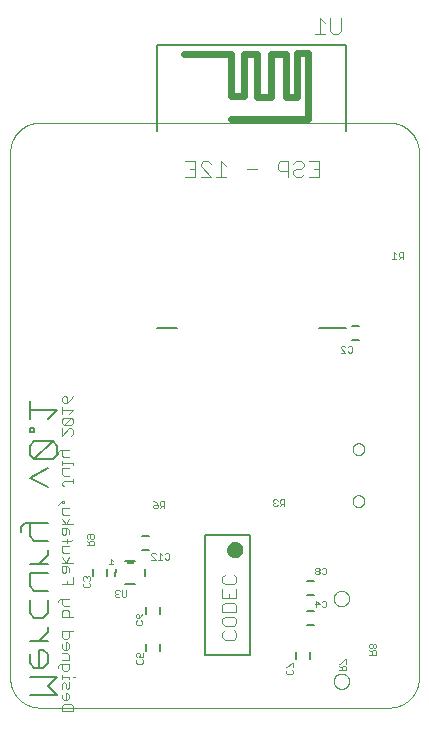
<source format=gbo>
G75*
%MOIN*%
%OFA0B0*%
%FSLAX25Y25*%
%IPPOS*%
%LPD*%
%AMOC8*
5,1,8,0,0,1.08239X$1,22.5*
%
%ADD10C,0.00000*%
%ADD11C,0.00800*%
%ADD12C,0.00300*%
%ADD13C,0.00600*%
%ADD14C,0.00200*%
%ADD15C,0.00500*%
%ADD16C,0.02400*%
%ADD17C,0.00400*%
%ADD18C,0.02500*%
D10*
X0001000Y0016467D02*
X0001000Y0191742D01*
X0001003Y0191980D01*
X0001011Y0192218D01*
X0001026Y0192455D01*
X0001046Y0192692D01*
X0001072Y0192928D01*
X0001103Y0193164D01*
X0001140Y0193399D01*
X0001183Y0193633D01*
X0001232Y0193866D01*
X0001286Y0194098D01*
X0001346Y0194328D01*
X0001411Y0194557D01*
X0001482Y0194784D01*
X0001558Y0195009D01*
X0001640Y0195232D01*
X0001727Y0195454D01*
X0001819Y0195673D01*
X0001917Y0195890D01*
X0002019Y0196104D01*
X0002127Y0196316D01*
X0002241Y0196526D01*
X0002359Y0196732D01*
X0002482Y0196936D01*
X0002610Y0197136D01*
X0002742Y0197333D01*
X0002880Y0197528D01*
X0003022Y0197718D01*
X0003169Y0197906D01*
X0003320Y0198089D01*
X0003475Y0198269D01*
X0003635Y0198445D01*
X0003799Y0198617D01*
X0003968Y0198786D01*
X0004140Y0198950D01*
X0004316Y0199110D01*
X0004496Y0199265D01*
X0004679Y0199416D01*
X0004867Y0199563D01*
X0005057Y0199705D01*
X0005252Y0199843D01*
X0005449Y0199975D01*
X0005649Y0200103D01*
X0005853Y0200226D01*
X0006059Y0200344D01*
X0006269Y0200458D01*
X0006481Y0200566D01*
X0006695Y0200668D01*
X0006912Y0200766D01*
X0007131Y0200858D01*
X0007353Y0200945D01*
X0007576Y0201027D01*
X0007801Y0201103D01*
X0008028Y0201174D01*
X0008257Y0201239D01*
X0008487Y0201299D01*
X0008719Y0201353D01*
X0008952Y0201402D01*
X0009186Y0201445D01*
X0009421Y0201482D01*
X0009657Y0201513D01*
X0009893Y0201539D01*
X0010130Y0201559D01*
X0010367Y0201574D01*
X0010605Y0201582D01*
X0010843Y0201585D01*
X0127358Y0201585D01*
X0127596Y0201582D01*
X0127834Y0201574D01*
X0128071Y0201559D01*
X0128308Y0201539D01*
X0128544Y0201513D01*
X0128780Y0201482D01*
X0129015Y0201445D01*
X0129249Y0201402D01*
X0129482Y0201353D01*
X0129714Y0201299D01*
X0129944Y0201239D01*
X0130173Y0201174D01*
X0130400Y0201103D01*
X0130625Y0201027D01*
X0130848Y0200945D01*
X0131070Y0200858D01*
X0131289Y0200766D01*
X0131506Y0200668D01*
X0131720Y0200566D01*
X0131932Y0200458D01*
X0132142Y0200344D01*
X0132348Y0200226D01*
X0132552Y0200103D01*
X0132752Y0199975D01*
X0132949Y0199843D01*
X0133144Y0199705D01*
X0133334Y0199563D01*
X0133522Y0199416D01*
X0133705Y0199265D01*
X0133885Y0199110D01*
X0134061Y0198950D01*
X0134233Y0198786D01*
X0134402Y0198617D01*
X0134566Y0198445D01*
X0134726Y0198269D01*
X0134881Y0198089D01*
X0135032Y0197906D01*
X0135179Y0197718D01*
X0135321Y0197528D01*
X0135459Y0197333D01*
X0135591Y0197136D01*
X0135719Y0196936D01*
X0135842Y0196732D01*
X0135960Y0196526D01*
X0136074Y0196316D01*
X0136182Y0196104D01*
X0136284Y0195890D01*
X0136382Y0195673D01*
X0136474Y0195454D01*
X0136561Y0195232D01*
X0136643Y0195009D01*
X0136719Y0194784D01*
X0136790Y0194557D01*
X0136855Y0194328D01*
X0136915Y0194098D01*
X0136969Y0193866D01*
X0137018Y0193633D01*
X0137061Y0193399D01*
X0137098Y0193164D01*
X0137129Y0192928D01*
X0137155Y0192692D01*
X0137175Y0192455D01*
X0137190Y0192218D01*
X0137198Y0191980D01*
X0137201Y0191742D01*
X0137201Y0016467D01*
X0137198Y0016229D01*
X0137190Y0015991D01*
X0137175Y0015754D01*
X0137155Y0015517D01*
X0137129Y0015281D01*
X0137098Y0015045D01*
X0137061Y0014810D01*
X0137018Y0014576D01*
X0136969Y0014343D01*
X0136915Y0014111D01*
X0136855Y0013881D01*
X0136790Y0013652D01*
X0136719Y0013425D01*
X0136643Y0013200D01*
X0136561Y0012977D01*
X0136474Y0012755D01*
X0136382Y0012536D01*
X0136284Y0012319D01*
X0136182Y0012105D01*
X0136074Y0011893D01*
X0135960Y0011683D01*
X0135842Y0011477D01*
X0135719Y0011273D01*
X0135591Y0011073D01*
X0135459Y0010876D01*
X0135321Y0010681D01*
X0135179Y0010491D01*
X0135032Y0010303D01*
X0134881Y0010120D01*
X0134726Y0009940D01*
X0134566Y0009764D01*
X0134402Y0009592D01*
X0134233Y0009423D01*
X0134061Y0009259D01*
X0133885Y0009099D01*
X0133705Y0008944D01*
X0133522Y0008793D01*
X0133334Y0008646D01*
X0133144Y0008504D01*
X0132949Y0008366D01*
X0132752Y0008234D01*
X0132552Y0008106D01*
X0132348Y0007983D01*
X0132142Y0007865D01*
X0131932Y0007751D01*
X0131720Y0007643D01*
X0131506Y0007541D01*
X0131289Y0007443D01*
X0131070Y0007351D01*
X0130848Y0007264D01*
X0130625Y0007182D01*
X0130400Y0007106D01*
X0130173Y0007035D01*
X0129944Y0006970D01*
X0129714Y0006910D01*
X0129482Y0006856D01*
X0129249Y0006807D01*
X0129015Y0006764D01*
X0128780Y0006727D01*
X0128544Y0006696D01*
X0128308Y0006670D01*
X0128071Y0006650D01*
X0127834Y0006635D01*
X0127596Y0006627D01*
X0127358Y0006624D01*
X0010843Y0006624D01*
X0010605Y0006627D01*
X0010367Y0006635D01*
X0010130Y0006650D01*
X0009893Y0006670D01*
X0009657Y0006696D01*
X0009421Y0006727D01*
X0009186Y0006764D01*
X0008952Y0006807D01*
X0008719Y0006856D01*
X0008487Y0006910D01*
X0008257Y0006970D01*
X0008028Y0007035D01*
X0007801Y0007106D01*
X0007576Y0007182D01*
X0007353Y0007264D01*
X0007131Y0007351D01*
X0006912Y0007443D01*
X0006695Y0007541D01*
X0006481Y0007643D01*
X0006269Y0007751D01*
X0006059Y0007865D01*
X0005853Y0007983D01*
X0005649Y0008106D01*
X0005449Y0008234D01*
X0005252Y0008366D01*
X0005057Y0008504D01*
X0004867Y0008646D01*
X0004679Y0008793D01*
X0004496Y0008944D01*
X0004316Y0009099D01*
X0004140Y0009259D01*
X0003968Y0009423D01*
X0003799Y0009592D01*
X0003635Y0009764D01*
X0003475Y0009940D01*
X0003320Y0010120D01*
X0003169Y0010303D01*
X0003022Y0010491D01*
X0002880Y0010681D01*
X0002742Y0010876D01*
X0002610Y0011073D01*
X0002482Y0011273D01*
X0002359Y0011477D01*
X0002241Y0011683D01*
X0002127Y0011893D01*
X0002019Y0012105D01*
X0001917Y0012319D01*
X0001819Y0012536D01*
X0001727Y0012755D01*
X0001640Y0012977D01*
X0001558Y0013200D01*
X0001482Y0013425D01*
X0001411Y0013652D01*
X0001346Y0013881D01*
X0001286Y0014111D01*
X0001232Y0014343D01*
X0001183Y0014576D01*
X0001140Y0014810D01*
X0001103Y0015045D01*
X0001072Y0015281D01*
X0001046Y0015517D01*
X0001026Y0015754D01*
X0001011Y0015991D01*
X0001003Y0016229D01*
X0001000Y0016467D01*
X0108835Y0015423D02*
X0108837Y0015524D01*
X0108843Y0015625D01*
X0108853Y0015726D01*
X0108867Y0015826D01*
X0108885Y0015925D01*
X0108907Y0016024D01*
X0108932Y0016122D01*
X0108962Y0016219D01*
X0108995Y0016314D01*
X0109032Y0016408D01*
X0109073Y0016501D01*
X0109117Y0016592D01*
X0109165Y0016681D01*
X0109217Y0016768D01*
X0109272Y0016853D01*
X0109330Y0016935D01*
X0109391Y0017016D01*
X0109456Y0017094D01*
X0109523Y0017169D01*
X0109593Y0017241D01*
X0109667Y0017311D01*
X0109743Y0017378D01*
X0109821Y0017442D01*
X0109902Y0017502D01*
X0109985Y0017559D01*
X0110071Y0017613D01*
X0110159Y0017664D01*
X0110248Y0017711D01*
X0110339Y0017755D01*
X0110432Y0017794D01*
X0110527Y0017831D01*
X0110622Y0017863D01*
X0110719Y0017892D01*
X0110818Y0017916D01*
X0110916Y0017937D01*
X0111016Y0017954D01*
X0111116Y0017967D01*
X0111217Y0017976D01*
X0111318Y0017981D01*
X0111419Y0017982D01*
X0111520Y0017979D01*
X0111621Y0017972D01*
X0111722Y0017961D01*
X0111822Y0017946D01*
X0111921Y0017927D01*
X0112020Y0017904D01*
X0112117Y0017878D01*
X0112214Y0017847D01*
X0112309Y0017813D01*
X0112402Y0017775D01*
X0112495Y0017733D01*
X0112585Y0017688D01*
X0112674Y0017639D01*
X0112760Y0017587D01*
X0112844Y0017531D01*
X0112927Y0017472D01*
X0113006Y0017410D01*
X0113084Y0017345D01*
X0113158Y0017277D01*
X0113230Y0017205D01*
X0113299Y0017132D01*
X0113365Y0017055D01*
X0113428Y0016976D01*
X0113488Y0016894D01*
X0113544Y0016810D01*
X0113597Y0016724D01*
X0113647Y0016636D01*
X0113693Y0016546D01*
X0113736Y0016455D01*
X0113775Y0016361D01*
X0113810Y0016266D01*
X0113841Y0016170D01*
X0113869Y0016073D01*
X0113893Y0015975D01*
X0113913Y0015876D01*
X0113929Y0015776D01*
X0113941Y0015675D01*
X0113949Y0015575D01*
X0113953Y0015474D01*
X0113953Y0015372D01*
X0113949Y0015271D01*
X0113941Y0015171D01*
X0113929Y0015070D01*
X0113913Y0014970D01*
X0113893Y0014871D01*
X0113869Y0014773D01*
X0113841Y0014676D01*
X0113810Y0014580D01*
X0113775Y0014485D01*
X0113736Y0014391D01*
X0113693Y0014300D01*
X0113647Y0014210D01*
X0113597Y0014122D01*
X0113544Y0014036D01*
X0113488Y0013952D01*
X0113428Y0013870D01*
X0113365Y0013791D01*
X0113299Y0013714D01*
X0113230Y0013641D01*
X0113158Y0013569D01*
X0113084Y0013501D01*
X0113006Y0013436D01*
X0112927Y0013374D01*
X0112844Y0013315D01*
X0112760Y0013259D01*
X0112673Y0013207D01*
X0112585Y0013158D01*
X0112495Y0013113D01*
X0112402Y0013071D01*
X0112309Y0013033D01*
X0112214Y0012999D01*
X0112117Y0012968D01*
X0112020Y0012942D01*
X0111921Y0012919D01*
X0111822Y0012900D01*
X0111722Y0012885D01*
X0111621Y0012874D01*
X0111520Y0012867D01*
X0111419Y0012864D01*
X0111318Y0012865D01*
X0111217Y0012870D01*
X0111116Y0012879D01*
X0111016Y0012892D01*
X0110916Y0012909D01*
X0110818Y0012930D01*
X0110719Y0012954D01*
X0110622Y0012983D01*
X0110527Y0013015D01*
X0110432Y0013052D01*
X0110339Y0013091D01*
X0110248Y0013135D01*
X0110159Y0013182D01*
X0110071Y0013233D01*
X0109985Y0013287D01*
X0109902Y0013344D01*
X0109821Y0013404D01*
X0109743Y0013468D01*
X0109667Y0013535D01*
X0109593Y0013605D01*
X0109523Y0013677D01*
X0109456Y0013752D01*
X0109391Y0013830D01*
X0109330Y0013911D01*
X0109272Y0013993D01*
X0109217Y0014078D01*
X0109165Y0014165D01*
X0109117Y0014254D01*
X0109073Y0014345D01*
X0109032Y0014438D01*
X0108995Y0014532D01*
X0108962Y0014627D01*
X0108932Y0014724D01*
X0108907Y0014822D01*
X0108885Y0014921D01*
X0108867Y0015020D01*
X0108853Y0015120D01*
X0108843Y0015221D01*
X0108837Y0015322D01*
X0108835Y0015423D01*
X0108835Y0042982D02*
X0108837Y0043083D01*
X0108843Y0043184D01*
X0108853Y0043285D01*
X0108867Y0043385D01*
X0108885Y0043484D01*
X0108907Y0043583D01*
X0108932Y0043681D01*
X0108962Y0043778D01*
X0108995Y0043873D01*
X0109032Y0043967D01*
X0109073Y0044060D01*
X0109117Y0044151D01*
X0109165Y0044240D01*
X0109217Y0044327D01*
X0109272Y0044412D01*
X0109330Y0044494D01*
X0109391Y0044575D01*
X0109456Y0044653D01*
X0109523Y0044728D01*
X0109593Y0044800D01*
X0109667Y0044870D01*
X0109743Y0044937D01*
X0109821Y0045001D01*
X0109902Y0045061D01*
X0109985Y0045118D01*
X0110071Y0045172D01*
X0110159Y0045223D01*
X0110248Y0045270D01*
X0110339Y0045314D01*
X0110432Y0045353D01*
X0110527Y0045390D01*
X0110622Y0045422D01*
X0110719Y0045451D01*
X0110818Y0045475D01*
X0110916Y0045496D01*
X0111016Y0045513D01*
X0111116Y0045526D01*
X0111217Y0045535D01*
X0111318Y0045540D01*
X0111419Y0045541D01*
X0111520Y0045538D01*
X0111621Y0045531D01*
X0111722Y0045520D01*
X0111822Y0045505D01*
X0111921Y0045486D01*
X0112020Y0045463D01*
X0112117Y0045437D01*
X0112214Y0045406D01*
X0112309Y0045372D01*
X0112402Y0045334D01*
X0112495Y0045292D01*
X0112585Y0045247D01*
X0112674Y0045198D01*
X0112760Y0045146D01*
X0112844Y0045090D01*
X0112927Y0045031D01*
X0113006Y0044969D01*
X0113084Y0044904D01*
X0113158Y0044836D01*
X0113230Y0044764D01*
X0113299Y0044691D01*
X0113365Y0044614D01*
X0113428Y0044535D01*
X0113488Y0044453D01*
X0113544Y0044369D01*
X0113597Y0044283D01*
X0113647Y0044195D01*
X0113693Y0044105D01*
X0113736Y0044014D01*
X0113775Y0043920D01*
X0113810Y0043825D01*
X0113841Y0043729D01*
X0113869Y0043632D01*
X0113893Y0043534D01*
X0113913Y0043435D01*
X0113929Y0043335D01*
X0113941Y0043234D01*
X0113949Y0043134D01*
X0113953Y0043033D01*
X0113953Y0042931D01*
X0113949Y0042830D01*
X0113941Y0042730D01*
X0113929Y0042629D01*
X0113913Y0042529D01*
X0113893Y0042430D01*
X0113869Y0042332D01*
X0113841Y0042235D01*
X0113810Y0042139D01*
X0113775Y0042044D01*
X0113736Y0041950D01*
X0113693Y0041859D01*
X0113647Y0041769D01*
X0113597Y0041681D01*
X0113544Y0041595D01*
X0113488Y0041511D01*
X0113428Y0041429D01*
X0113365Y0041350D01*
X0113299Y0041273D01*
X0113230Y0041200D01*
X0113158Y0041128D01*
X0113084Y0041060D01*
X0113006Y0040995D01*
X0112927Y0040933D01*
X0112844Y0040874D01*
X0112760Y0040818D01*
X0112673Y0040766D01*
X0112585Y0040717D01*
X0112495Y0040672D01*
X0112402Y0040630D01*
X0112309Y0040592D01*
X0112214Y0040558D01*
X0112117Y0040527D01*
X0112020Y0040501D01*
X0111921Y0040478D01*
X0111822Y0040459D01*
X0111722Y0040444D01*
X0111621Y0040433D01*
X0111520Y0040426D01*
X0111419Y0040423D01*
X0111318Y0040424D01*
X0111217Y0040429D01*
X0111116Y0040438D01*
X0111016Y0040451D01*
X0110916Y0040468D01*
X0110818Y0040489D01*
X0110719Y0040513D01*
X0110622Y0040542D01*
X0110527Y0040574D01*
X0110432Y0040611D01*
X0110339Y0040650D01*
X0110248Y0040694D01*
X0110159Y0040741D01*
X0110071Y0040792D01*
X0109985Y0040846D01*
X0109902Y0040903D01*
X0109821Y0040963D01*
X0109743Y0041027D01*
X0109667Y0041094D01*
X0109593Y0041164D01*
X0109523Y0041236D01*
X0109456Y0041311D01*
X0109391Y0041389D01*
X0109330Y0041470D01*
X0109272Y0041552D01*
X0109217Y0041637D01*
X0109165Y0041724D01*
X0109117Y0041813D01*
X0109073Y0041904D01*
X0109032Y0041997D01*
X0108995Y0042091D01*
X0108962Y0042186D01*
X0108932Y0042283D01*
X0108907Y0042381D01*
X0108885Y0042480D01*
X0108867Y0042579D01*
X0108853Y0042679D01*
X0108843Y0042780D01*
X0108837Y0042881D01*
X0108835Y0042982D01*
X0115094Y0075463D02*
X0115096Y0075551D01*
X0115102Y0075639D01*
X0115112Y0075727D01*
X0115126Y0075815D01*
X0115143Y0075901D01*
X0115165Y0075987D01*
X0115190Y0076071D01*
X0115220Y0076155D01*
X0115252Y0076237D01*
X0115289Y0076317D01*
X0115329Y0076396D01*
X0115373Y0076473D01*
X0115420Y0076548D01*
X0115470Y0076620D01*
X0115524Y0076691D01*
X0115580Y0076758D01*
X0115640Y0076824D01*
X0115702Y0076886D01*
X0115768Y0076946D01*
X0115835Y0077002D01*
X0115906Y0077056D01*
X0115978Y0077106D01*
X0116053Y0077153D01*
X0116130Y0077197D01*
X0116209Y0077237D01*
X0116289Y0077274D01*
X0116371Y0077306D01*
X0116455Y0077336D01*
X0116539Y0077361D01*
X0116625Y0077383D01*
X0116711Y0077400D01*
X0116799Y0077414D01*
X0116887Y0077424D01*
X0116975Y0077430D01*
X0117063Y0077432D01*
X0117151Y0077430D01*
X0117239Y0077424D01*
X0117327Y0077414D01*
X0117415Y0077400D01*
X0117501Y0077383D01*
X0117587Y0077361D01*
X0117671Y0077336D01*
X0117755Y0077306D01*
X0117837Y0077274D01*
X0117917Y0077237D01*
X0117996Y0077197D01*
X0118073Y0077153D01*
X0118148Y0077106D01*
X0118220Y0077056D01*
X0118291Y0077002D01*
X0118358Y0076946D01*
X0118424Y0076886D01*
X0118486Y0076824D01*
X0118546Y0076758D01*
X0118602Y0076691D01*
X0118656Y0076620D01*
X0118706Y0076548D01*
X0118753Y0076473D01*
X0118797Y0076396D01*
X0118837Y0076317D01*
X0118874Y0076237D01*
X0118906Y0076155D01*
X0118936Y0076071D01*
X0118961Y0075987D01*
X0118983Y0075901D01*
X0119000Y0075815D01*
X0119014Y0075727D01*
X0119024Y0075639D01*
X0119030Y0075551D01*
X0119032Y0075463D01*
X0119030Y0075375D01*
X0119024Y0075287D01*
X0119014Y0075199D01*
X0119000Y0075111D01*
X0118983Y0075025D01*
X0118961Y0074939D01*
X0118936Y0074855D01*
X0118906Y0074771D01*
X0118874Y0074689D01*
X0118837Y0074609D01*
X0118797Y0074530D01*
X0118753Y0074453D01*
X0118706Y0074378D01*
X0118656Y0074306D01*
X0118602Y0074235D01*
X0118546Y0074168D01*
X0118486Y0074102D01*
X0118424Y0074040D01*
X0118358Y0073980D01*
X0118291Y0073924D01*
X0118220Y0073870D01*
X0118148Y0073820D01*
X0118073Y0073773D01*
X0117996Y0073729D01*
X0117917Y0073689D01*
X0117837Y0073652D01*
X0117755Y0073620D01*
X0117671Y0073590D01*
X0117587Y0073565D01*
X0117501Y0073543D01*
X0117415Y0073526D01*
X0117327Y0073512D01*
X0117239Y0073502D01*
X0117151Y0073496D01*
X0117063Y0073494D01*
X0116975Y0073496D01*
X0116887Y0073502D01*
X0116799Y0073512D01*
X0116711Y0073526D01*
X0116625Y0073543D01*
X0116539Y0073565D01*
X0116455Y0073590D01*
X0116371Y0073620D01*
X0116289Y0073652D01*
X0116209Y0073689D01*
X0116130Y0073729D01*
X0116053Y0073773D01*
X0115978Y0073820D01*
X0115906Y0073870D01*
X0115835Y0073924D01*
X0115768Y0073980D01*
X0115702Y0074040D01*
X0115640Y0074102D01*
X0115580Y0074168D01*
X0115524Y0074235D01*
X0115470Y0074306D01*
X0115420Y0074378D01*
X0115373Y0074453D01*
X0115329Y0074530D01*
X0115289Y0074609D01*
X0115252Y0074689D01*
X0115220Y0074771D01*
X0115190Y0074855D01*
X0115165Y0074939D01*
X0115143Y0075025D01*
X0115126Y0075111D01*
X0115112Y0075199D01*
X0115102Y0075287D01*
X0115096Y0075375D01*
X0115094Y0075463D01*
X0115094Y0092785D02*
X0115096Y0092873D01*
X0115102Y0092961D01*
X0115112Y0093049D01*
X0115126Y0093137D01*
X0115143Y0093223D01*
X0115165Y0093309D01*
X0115190Y0093393D01*
X0115220Y0093477D01*
X0115252Y0093559D01*
X0115289Y0093639D01*
X0115329Y0093718D01*
X0115373Y0093795D01*
X0115420Y0093870D01*
X0115470Y0093942D01*
X0115524Y0094013D01*
X0115580Y0094080D01*
X0115640Y0094146D01*
X0115702Y0094208D01*
X0115768Y0094268D01*
X0115835Y0094324D01*
X0115906Y0094378D01*
X0115978Y0094428D01*
X0116053Y0094475D01*
X0116130Y0094519D01*
X0116209Y0094559D01*
X0116289Y0094596D01*
X0116371Y0094628D01*
X0116455Y0094658D01*
X0116539Y0094683D01*
X0116625Y0094705D01*
X0116711Y0094722D01*
X0116799Y0094736D01*
X0116887Y0094746D01*
X0116975Y0094752D01*
X0117063Y0094754D01*
X0117151Y0094752D01*
X0117239Y0094746D01*
X0117327Y0094736D01*
X0117415Y0094722D01*
X0117501Y0094705D01*
X0117587Y0094683D01*
X0117671Y0094658D01*
X0117755Y0094628D01*
X0117837Y0094596D01*
X0117917Y0094559D01*
X0117996Y0094519D01*
X0118073Y0094475D01*
X0118148Y0094428D01*
X0118220Y0094378D01*
X0118291Y0094324D01*
X0118358Y0094268D01*
X0118424Y0094208D01*
X0118486Y0094146D01*
X0118546Y0094080D01*
X0118602Y0094013D01*
X0118656Y0093942D01*
X0118706Y0093870D01*
X0118753Y0093795D01*
X0118797Y0093718D01*
X0118837Y0093639D01*
X0118874Y0093559D01*
X0118906Y0093477D01*
X0118936Y0093393D01*
X0118961Y0093309D01*
X0118983Y0093223D01*
X0119000Y0093137D01*
X0119014Y0093049D01*
X0119024Y0092961D01*
X0119030Y0092873D01*
X0119032Y0092785D01*
X0119030Y0092697D01*
X0119024Y0092609D01*
X0119014Y0092521D01*
X0119000Y0092433D01*
X0118983Y0092347D01*
X0118961Y0092261D01*
X0118936Y0092177D01*
X0118906Y0092093D01*
X0118874Y0092011D01*
X0118837Y0091931D01*
X0118797Y0091852D01*
X0118753Y0091775D01*
X0118706Y0091700D01*
X0118656Y0091628D01*
X0118602Y0091557D01*
X0118546Y0091490D01*
X0118486Y0091424D01*
X0118424Y0091362D01*
X0118358Y0091302D01*
X0118291Y0091246D01*
X0118220Y0091192D01*
X0118148Y0091142D01*
X0118073Y0091095D01*
X0117996Y0091051D01*
X0117917Y0091011D01*
X0117837Y0090974D01*
X0117755Y0090942D01*
X0117671Y0090912D01*
X0117587Y0090887D01*
X0117501Y0090865D01*
X0117415Y0090848D01*
X0117327Y0090834D01*
X0117239Y0090824D01*
X0117151Y0090818D01*
X0117063Y0090816D01*
X0116975Y0090818D01*
X0116887Y0090824D01*
X0116799Y0090834D01*
X0116711Y0090848D01*
X0116625Y0090865D01*
X0116539Y0090887D01*
X0116455Y0090912D01*
X0116371Y0090942D01*
X0116289Y0090974D01*
X0116209Y0091011D01*
X0116130Y0091051D01*
X0116053Y0091095D01*
X0115978Y0091142D01*
X0115906Y0091192D01*
X0115835Y0091246D01*
X0115768Y0091302D01*
X0115702Y0091362D01*
X0115640Y0091424D01*
X0115580Y0091490D01*
X0115524Y0091557D01*
X0115470Y0091628D01*
X0115420Y0091700D01*
X0115373Y0091775D01*
X0115329Y0091852D01*
X0115289Y0091931D01*
X0115252Y0092011D01*
X0115220Y0092093D01*
X0115190Y0092177D01*
X0115165Y0092261D01*
X0115143Y0092347D01*
X0115126Y0092433D01*
X0115112Y0092521D01*
X0115102Y0092609D01*
X0115096Y0092697D01*
X0115094Y0092785D01*
D11*
X0016608Y0010822D02*
X0007557Y0010822D01*
X0007557Y0016856D02*
X0016608Y0016856D01*
X0013591Y0013839D01*
X0016608Y0010822D01*
X0012083Y0019885D02*
X0013591Y0021393D01*
X0013591Y0024410D01*
X0012083Y0025918D01*
X0010574Y0025918D01*
X0010574Y0019885D01*
X0009066Y0019885D02*
X0012083Y0019885D01*
X0009066Y0019885D02*
X0007557Y0021393D01*
X0007557Y0024410D01*
X0007557Y0028948D02*
X0013591Y0028948D01*
X0013591Y0031964D02*
X0013591Y0033473D01*
X0013591Y0031964D02*
X0010574Y0028948D01*
X0009066Y0036500D02*
X0007557Y0038008D01*
X0007557Y0042534D01*
X0009066Y0045563D02*
X0007557Y0047071D01*
X0007557Y0051596D01*
X0013591Y0051596D01*
X0013591Y0054626D02*
X0007557Y0054626D01*
X0010574Y0054626D02*
X0013591Y0057643D01*
X0013591Y0059151D01*
X0013591Y0062178D02*
X0009066Y0062178D01*
X0007557Y0063687D01*
X0007557Y0068212D01*
X0006049Y0068212D02*
X0004541Y0066703D01*
X0004541Y0065195D01*
X0006049Y0068212D02*
X0013591Y0068212D01*
X0013591Y0080304D02*
X0007557Y0083321D01*
X0013591Y0086337D01*
X0015099Y0089367D02*
X0016608Y0090875D01*
X0016608Y0093892D01*
X0015099Y0095400D01*
X0009066Y0089367D01*
X0007557Y0090875D01*
X0007557Y0093892D01*
X0009066Y0095400D01*
X0015099Y0095400D01*
X0015099Y0089367D02*
X0009066Y0089367D01*
X0009066Y0098430D02*
X0007557Y0098430D01*
X0007557Y0099938D01*
X0009066Y0099938D01*
X0009066Y0098430D01*
X0007557Y0102961D02*
X0007557Y0108995D01*
X0007557Y0105978D02*
X0016608Y0105978D01*
X0013591Y0102961D01*
X0013591Y0045563D02*
X0009066Y0045563D01*
X0013591Y0042534D02*
X0013591Y0038008D01*
X0012083Y0036500D01*
X0009066Y0036500D01*
D12*
X0018213Y0036854D02*
X0018213Y0038674D01*
X0018820Y0039281D01*
X0020033Y0039281D01*
X0020640Y0038674D01*
X0020640Y0036854D01*
X0021853Y0036854D02*
X0018213Y0036854D01*
X0018820Y0040479D02*
X0018213Y0041086D01*
X0018213Y0042906D01*
X0017606Y0042906D02*
X0017000Y0042299D01*
X0017000Y0041693D01*
X0017606Y0042906D02*
X0020640Y0042906D01*
X0020640Y0040479D02*
X0018820Y0040479D01*
X0018213Y0047730D02*
X0021853Y0047730D01*
X0021853Y0050156D01*
X0020640Y0051961D02*
X0020640Y0053175D01*
X0020033Y0053782D01*
X0018213Y0053782D01*
X0018213Y0051961D01*
X0018820Y0051355D01*
X0019426Y0051961D01*
X0019426Y0053782D01*
X0019426Y0054980D02*
X0020640Y0056800D01*
X0020640Y0058001D02*
X0018820Y0058001D01*
X0018213Y0058608D01*
X0018213Y0060428D01*
X0020640Y0060428D01*
X0020033Y0061626D02*
X0020033Y0062839D01*
X0021246Y0062233D02*
X0021853Y0062839D01*
X0021246Y0062233D02*
X0018213Y0062233D01*
X0018820Y0064043D02*
X0018213Y0064649D01*
X0018213Y0066470D01*
X0020033Y0066470D01*
X0020640Y0065863D01*
X0020640Y0064649D01*
X0019426Y0064649D02*
X0019426Y0066470D01*
X0019426Y0067668D02*
X0020640Y0069488D01*
X0020640Y0070689D02*
X0018820Y0070689D01*
X0018213Y0071296D01*
X0018213Y0073116D01*
X0020640Y0073116D01*
X0018820Y0074921D02*
X0018213Y0074921D01*
X0018213Y0075527D01*
X0018820Y0075527D01*
X0018820Y0074921D01*
X0018213Y0075527D02*
X0017000Y0074314D01*
X0018213Y0069488D02*
X0019426Y0067668D01*
X0018213Y0067668D02*
X0021853Y0067668D01*
X0019426Y0064649D02*
X0018820Y0064043D01*
X0018213Y0056800D02*
X0019426Y0054980D01*
X0018213Y0054980D02*
X0021853Y0054980D01*
X0020033Y0048943D02*
X0020033Y0047730D01*
X0020640Y0032031D02*
X0020640Y0030211D01*
X0020033Y0029604D01*
X0018820Y0029604D01*
X0018213Y0030211D01*
X0018213Y0032031D01*
X0021853Y0032031D01*
X0020033Y0028406D02*
X0019426Y0028406D01*
X0019426Y0025979D01*
X0018820Y0025979D02*
X0020033Y0025979D01*
X0020640Y0026586D01*
X0020640Y0027799D01*
X0020033Y0028406D01*
X0018213Y0026586D02*
X0018820Y0025979D01*
X0018213Y0026586D02*
X0018213Y0027799D01*
X0018213Y0024780D02*
X0020033Y0024780D01*
X0020640Y0024174D01*
X0020640Y0022354D01*
X0018213Y0022354D01*
X0018213Y0021155D02*
X0018213Y0019335D01*
X0018820Y0018729D01*
X0020033Y0018729D01*
X0020640Y0019335D01*
X0020640Y0021155D01*
X0017606Y0021155D01*
X0017000Y0020549D01*
X0017000Y0019942D01*
X0018213Y0017525D02*
X0018213Y0016312D01*
X0018213Y0016919D02*
X0020640Y0016919D01*
X0020640Y0016312D01*
X0020640Y0015113D02*
X0020640Y0013293D01*
X0020033Y0012687D01*
X0019426Y0013293D01*
X0019426Y0014507D01*
X0018820Y0015113D01*
X0018213Y0014507D01*
X0018213Y0012687D01*
X0019426Y0011488D02*
X0019426Y0009062D01*
X0018820Y0009062D02*
X0020033Y0009062D01*
X0020640Y0009668D01*
X0020640Y0010882D01*
X0020033Y0011488D01*
X0019426Y0011488D01*
X0018213Y0010882D02*
X0018213Y0009668D01*
X0018820Y0009062D01*
X0018820Y0007863D02*
X0021246Y0007863D01*
X0021853Y0007256D01*
X0021853Y0005436D01*
X0018213Y0005436D01*
X0018213Y0007256D01*
X0018820Y0007863D01*
X0021853Y0016919D02*
X0022460Y0016919D01*
X0018820Y0080356D02*
X0018213Y0080963D01*
X0018213Y0081569D01*
X0018820Y0082176D01*
X0021853Y0082176D01*
X0021853Y0081569D02*
X0021853Y0082783D01*
X0020640Y0083981D02*
X0018820Y0083981D01*
X0018213Y0084588D01*
X0018213Y0086408D01*
X0020640Y0086408D01*
X0021853Y0087606D02*
X0021853Y0088213D01*
X0018213Y0088213D01*
X0018213Y0087606D02*
X0018213Y0088820D01*
X0018820Y0090023D02*
X0018213Y0090630D01*
X0018213Y0092450D01*
X0017606Y0092450D02*
X0017000Y0091843D01*
X0017000Y0091236D01*
X0017606Y0092450D02*
X0020640Y0092450D01*
X0020640Y0090023D02*
X0018820Y0090023D01*
X0018213Y0097273D02*
X0020640Y0099700D01*
X0021246Y0099700D01*
X0021853Y0099093D01*
X0021853Y0097880D01*
X0021246Y0097273D01*
X0021246Y0100898D02*
X0018820Y0100898D01*
X0021246Y0103325D01*
X0018820Y0103325D01*
X0018213Y0102718D01*
X0018213Y0101505D01*
X0018820Y0100898D01*
X0018213Y0099700D02*
X0018213Y0097273D01*
X0021246Y0100898D02*
X0021853Y0101505D01*
X0021853Y0102718D01*
X0021246Y0103325D01*
X0020640Y0104523D02*
X0021853Y0105737D01*
X0018213Y0105737D01*
X0018213Y0106950D02*
X0018213Y0104523D01*
X0018820Y0108149D02*
X0018213Y0108755D01*
X0018213Y0109969D01*
X0018820Y0110575D01*
X0019426Y0110575D01*
X0020033Y0109969D01*
X0020033Y0108149D01*
X0018820Y0108149D01*
X0020033Y0108149D02*
X0021246Y0109362D01*
X0021853Y0110575D01*
D13*
X0044819Y0063986D02*
X0047181Y0063986D01*
X0047181Y0059262D02*
X0044819Y0059262D01*
X0033362Y0052805D02*
X0033362Y0050443D01*
X0028638Y0050443D02*
X0028638Y0052805D01*
X0046138Y0040305D02*
X0046138Y0037943D01*
X0050862Y0037943D02*
X0050862Y0040305D01*
X0050862Y0027805D02*
X0050862Y0025443D01*
X0046138Y0025443D02*
X0046138Y0027805D01*
X0096138Y0025305D02*
X0096138Y0022943D01*
X0100862Y0022943D02*
X0100862Y0025305D01*
X0099819Y0034262D02*
X0102181Y0034262D01*
X0102181Y0038986D02*
X0099819Y0038986D01*
X0099819Y0044262D02*
X0102181Y0044262D01*
X0102181Y0048986D02*
X0099819Y0048986D01*
X0114819Y0129262D02*
X0117181Y0129262D01*
X0117181Y0133986D02*
X0114819Y0133986D01*
D14*
X0114533Y0127176D02*
X0114900Y0126809D01*
X0114900Y0125341D01*
X0114533Y0124974D01*
X0113799Y0124974D01*
X0113432Y0125341D01*
X0112690Y0124974D02*
X0111222Y0126442D01*
X0111222Y0126809D01*
X0111589Y0127176D01*
X0112323Y0127176D01*
X0112690Y0126809D01*
X0113432Y0126809D02*
X0113799Y0127176D01*
X0114533Y0127176D01*
X0112690Y0124974D02*
X0111222Y0124974D01*
X0128222Y0156224D02*
X0129690Y0156224D01*
X0128956Y0156224D02*
X0128956Y0158426D01*
X0129690Y0157692D01*
X0130432Y0158059D02*
X0130432Y0157325D01*
X0130799Y0156958D01*
X0131900Y0156958D01*
X0131166Y0156958D02*
X0130432Y0156224D01*
X0131900Y0156224D02*
X0131900Y0158426D01*
X0130799Y0158426D01*
X0130432Y0158059D01*
X0092320Y0076026D02*
X0091219Y0076026D01*
X0090852Y0075659D01*
X0090852Y0074925D01*
X0091219Y0074558D01*
X0092320Y0074558D01*
X0092320Y0073824D02*
X0092320Y0076026D01*
X0091586Y0074558D02*
X0090852Y0073824D01*
X0090110Y0074191D02*
X0089743Y0073824D01*
X0089009Y0073824D01*
X0088642Y0074191D01*
X0088642Y0074558D01*
X0089009Y0074925D01*
X0089376Y0074925D01*
X0089009Y0074925D02*
X0088642Y0075292D01*
X0088642Y0075659D01*
X0089009Y0076026D01*
X0089743Y0076026D01*
X0090110Y0075659D01*
X0103009Y0053276D02*
X0102642Y0052909D01*
X0102642Y0052542D01*
X0103009Y0052175D01*
X0103743Y0052175D01*
X0104110Y0052542D01*
X0104110Y0052909D01*
X0103743Y0053276D01*
X0103009Y0053276D01*
X0103009Y0052175D02*
X0102642Y0051808D01*
X0102642Y0051441D01*
X0103009Y0051074D01*
X0103743Y0051074D01*
X0104110Y0051441D01*
X0104110Y0051808D01*
X0103743Y0052175D01*
X0104852Y0052909D02*
X0105219Y0053276D01*
X0105953Y0053276D01*
X0106320Y0052909D01*
X0106320Y0051441D01*
X0105953Y0051074D01*
X0105219Y0051074D01*
X0104852Y0051441D01*
X0105219Y0042276D02*
X0105953Y0042276D01*
X0106320Y0041909D01*
X0106320Y0040441D01*
X0105953Y0040074D01*
X0105219Y0040074D01*
X0104852Y0040441D01*
X0104110Y0041175D02*
X0102642Y0041175D01*
X0103009Y0042276D02*
X0104110Y0041175D01*
X0104852Y0041909D02*
X0105219Y0042276D01*
X0103009Y0042276D02*
X0103009Y0040074D01*
X0112535Y0022695D02*
X0111067Y0021227D01*
X0110700Y0021227D01*
X0110700Y0020485D02*
X0111434Y0019751D01*
X0111434Y0020118D02*
X0111434Y0019017D01*
X0110700Y0019017D02*
X0112902Y0019017D01*
X0112902Y0020118D01*
X0112535Y0020485D01*
X0111801Y0020485D01*
X0111434Y0020118D01*
X0112902Y0021227D02*
X0112902Y0022695D01*
X0112535Y0022695D01*
X0120700Y0024304D02*
X0122902Y0024304D01*
X0122902Y0025405D01*
X0122535Y0025772D01*
X0121801Y0025772D01*
X0121434Y0025405D01*
X0121434Y0024304D01*
X0121434Y0025038D02*
X0120700Y0025772D01*
X0121067Y0026514D02*
X0120700Y0026881D01*
X0120700Y0027615D01*
X0121067Y0027982D01*
X0121434Y0027982D01*
X0121801Y0027615D01*
X0121801Y0026881D01*
X0122168Y0026514D01*
X0122535Y0026514D01*
X0122902Y0026881D01*
X0122902Y0027615D01*
X0122535Y0027982D01*
X0122168Y0027982D01*
X0121801Y0027615D01*
X0121801Y0026881D02*
X0121434Y0026514D01*
X0121067Y0026514D01*
X0095152Y0021482D02*
X0094785Y0021482D01*
X0093317Y0020014D01*
X0092950Y0020014D01*
X0093317Y0019272D02*
X0092950Y0018905D01*
X0092950Y0018171D01*
X0093317Y0017804D01*
X0094785Y0017804D01*
X0095152Y0018171D01*
X0095152Y0018905D01*
X0094785Y0019272D01*
X0095152Y0020014D02*
X0095152Y0021482D01*
X0053900Y0056341D02*
X0053533Y0055974D01*
X0052799Y0055974D01*
X0052432Y0056341D01*
X0051690Y0055974D02*
X0050222Y0055974D01*
X0050956Y0055974D02*
X0050956Y0058176D01*
X0051690Y0057442D01*
X0052432Y0057809D02*
X0052799Y0058176D01*
X0053533Y0058176D01*
X0053900Y0057809D01*
X0053900Y0056341D01*
X0049480Y0055974D02*
X0048012Y0057442D01*
X0048012Y0057809D01*
X0048379Y0058176D01*
X0049113Y0058176D01*
X0049480Y0057809D01*
X0049480Y0055974D02*
X0048012Y0055974D01*
X0039710Y0045719D02*
X0039710Y0043884D01*
X0039343Y0043517D01*
X0038609Y0043517D01*
X0038242Y0043884D01*
X0038242Y0045719D01*
X0037500Y0045352D02*
X0037133Y0045719D01*
X0036399Y0045719D01*
X0036032Y0045352D01*
X0036032Y0044985D01*
X0036399Y0044618D01*
X0036032Y0044251D01*
X0036032Y0043884D01*
X0036399Y0043517D01*
X0037133Y0043517D01*
X0037500Y0043884D01*
X0036766Y0044618D02*
X0036399Y0044618D01*
X0035134Y0054480D02*
X0033954Y0054480D01*
X0034544Y0054480D02*
X0034544Y0056250D01*
X0035134Y0055660D01*
X0028802Y0060724D02*
X0028802Y0061825D01*
X0028435Y0062192D01*
X0027701Y0062192D01*
X0027334Y0061825D01*
X0027334Y0060724D01*
X0027334Y0061458D02*
X0026600Y0062192D01*
X0026967Y0062934D02*
X0026600Y0063301D01*
X0026600Y0064035D01*
X0026967Y0064402D01*
X0028435Y0064402D01*
X0028802Y0064035D01*
X0028802Y0063301D01*
X0028435Y0062934D01*
X0028068Y0062934D01*
X0027701Y0063301D01*
X0027701Y0064402D01*
X0026600Y0060724D02*
X0028802Y0060724D01*
X0027185Y0050402D02*
X0026818Y0050402D01*
X0026451Y0050035D01*
X0026084Y0050402D01*
X0025717Y0050402D01*
X0025350Y0050035D01*
X0025350Y0049301D01*
X0025717Y0048934D01*
X0025717Y0048192D02*
X0025350Y0047825D01*
X0025350Y0047091D01*
X0025717Y0046724D01*
X0027185Y0046724D01*
X0027552Y0047091D01*
X0027552Y0047825D01*
X0027185Y0048192D01*
X0027185Y0048934D02*
X0027552Y0049301D01*
X0027552Y0050035D01*
X0027185Y0050402D01*
X0026451Y0050035D02*
X0026451Y0049668D01*
X0042850Y0037535D02*
X0043217Y0037902D01*
X0043584Y0037902D01*
X0043951Y0037535D01*
X0043951Y0036434D01*
X0043217Y0036434D01*
X0042850Y0036801D01*
X0042850Y0037535D01*
X0043951Y0036434D02*
X0044685Y0037168D01*
X0045052Y0037902D01*
X0044685Y0035692D02*
X0045052Y0035325D01*
X0045052Y0034591D01*
X0044685Y0034224D01*
X0043217Y0034224D01*
X0042850Y0034591D01*
X0042850Y0035325D01*
X0043217Y0035692D01*
X0043317Y0024982D02*
X0042950Y0024615D01*
X0042950Y0023881D01*
X0043317Y0023514D01*
X0044051Y0023514D02*
X0044418Y0024248D01*
X0044418Y0024615D01*
X0044051Y0024982D01*
X0043317Y0024982D01*
X0044051Y0023514D02*
X0045152Y0023514D01*
X0045152Y0024982D01*
X0044785Y0022772D02*
X0045152Y0022405D01*
X0045152Y0021671D01*
X0044785Y0021304D01*
X0043317Y0021304D01*
X0042950Y0021671D01*
X0042950Y0022405D01*
X0043317Y0022772D01*
X0049089Y0073224D02*
X0048722Y0073591D01*
X0048722Y0073958D01*
X0049089Y0074325D01*
X0050190Y0074325D01*
X0050190Y0073591D01*
X0049823Y0073224D01*
X0049089Y0073224D01*
X0050190Y0074325D02*
X0049456Y0075059D01*
X0048722Y0075426D01*
X0050932Y0075059D02*
X0050932Y0074325D01*
X0051299Y0073958D01*
X0052400Y0073958D01*
X0051666Y0073958D02*
X0050932Y0073224D01*
X0052400Y0073224D02*
X0052400Y0075426D01*
X0051299Y0075426D01*
X0050932Y0075059D01*
D15*
X0042673Y0055561D02*
X0041787Y0055561D01*
X0041787Y0054774D01*
X0040213Y0054774D01*
X0040213Y0055561D01*
X0041787Y0055561D01*
X0040213Y0055561D02*
X0039327Y0055561D01*
X0036177Y0052805D02*
X0036079Y0050443D01*
X0039327Y0047687D02*
X0042673Y0047687D01*
X0045921Y0050443D02*
X0045921Y0052805D01*
X0066000Y0064124D02*
X0066000Y0024124D01*
X0081000Y0024124D01*
X0081000Y0064124D01*
X0066000Y0064124D01*
X0056591Y0133041D02*
X0049898Y0133041D01*
X0049898Y0198789D02*
X0049898Y0227530D01*
X0112890Y0227530D01*
X0112890Y0198789D01*
X0112890Y0133041D02*
X0103835Y0133041D01*
D16*
X0100291Y0202726D02*
X0074701Y0202726D01*
X0074701Y0210600D02*
X0074701Y0224380D01*
X0058953Y0224380D01*
X0074701Y0210600D02*
X0079031Y0210600D01*
X0079031Y0224380D01*
X0083362Y0224380D01*
X0083362Y0210207D01*
X0088087Y0210207D01*
X0088087Y0224380D01*
X0092811Y0224380D01*
X0092811Y0210207D01*
X0096748Y0210207D01*
X0096748Y0224774D01*
X0100291Y0224774D01*
X0100291Y0205482D01*
X0100291Y0205089D02*
X0100291Y0202726D01*
D17*
X0100534Y0188839D02*
X0104004Y0188839D01*
X0104004Y0183635D01*
X0100534Y0183635D01*
X0098847Y0184502D02*
X0097980Y0183635D01*
X0096245Y0183635D01*
X0095378Y0184502D01*
X0095378Y0185370D01*
X0096245Y0186237D01*
X0097980Y0186237D01*
X0098847Y0187105D01*
X0098847Y0187972D01*
X0097980Y0188839D01*
X0096245Y0188839D01*
X0095378Y0187972D01*
X0093691Y0188839D02*
X0091089Y0188839D01*
X0090221Y0187972D01*
X0090221Y0186237D01*
X0091089Y0185370D01*
X0093691Y0185370D01*
X0093691Y0183635D02*
X0093691Y0188839D01*
X0102269Y0186237D02*
X0104004Y0186237D01*
X0083378Y0186237D02*
X0079909Y0186237D01*
X0073065Y0187105D02*
X0071331Y0188839D01*
X0071331Y0183635D01*
X0073065Y0183635D02*
X0069596Y0183635D01*
X0067909Y0183635D02*
X0064439Y0187105D01*
X0064439Y0187972D01*
X0065307Y0188839D01*
X0067042Y0188839D01*
X0067909Y0187972D01*
X0067909Y0183635D02*
X0064439Y0183635D01*
X0062753Y0183635D02*
X0059283Y0183635D01*
X0061018Y0186237D02*
X0062753Y0186237D01*
X0062753Y0188839D02*
X0062753Y0183635D01*
X0062753Y0188839D02*
X0059283Y0188839D01*
X0102489Y0231273D02*
X0105959Y0231273D01*
X0104224Y0231273D02*
X0104224Y0236477D01*
X0105959Y0234742D01*
X0107645Y0236477D02*
X0107645Y0232140D01*
X0108513Y0231273D01*
X0110248Y0231273D01*
X0111115Y0232140D01*
X0111115Y0236477D01*
X0075537Y0050789D02*
X0076304Y0050022D01*
X0076304Y0048487D01*
X0075537Y0047720D01*
X0072467Y0047720D01*
X0071700Y0048487D01*
X0071700Y0050022D01*
X0072467Y0050789D01*
X0071700Y0046185D02*
X0071700Y0043116D01*
X0076304Y0043116D01*
X0076304Y0046185D01*
X0074002Y0044651D02*
X0074002Y0043116D01*
X0072467Y0041581D02*
X0075537Y0041581D01*
X0076304Y0040814D01*
X0076304Y0038512D01*
X0071700Y0038512D01*
X0071700Y0040814D01*
X0072467Y0041581D01*
X0072467Y0036978D02*
X0075537Y0036978D01*
X0076304Y0036210D01*
X0076304Y0034676D01*
X0075537Y0033908D01*
X0072467Y0033908D01*
X0071700Y0034676D01*
X0071700Y0036210D01*
X0072467Y0036978D01*
X0072467Y0032374D02*
X0071700Y0031606D01*
X0071700Y0030072D01*
X0072467Y0029304D01*
X0075537Y0029304D01*
X0076304Y0030072D01*
X0076304Y0031606D01*
X0075537Y0032374D01*
D18*
X0074750Y0059124D02*
X0074752Y0059194D01*
X0074758Y0059264D01*
X0074768Y0059333D01*
X0074781Y0059402D01*
X0074799Y0059470D01*
X0074820Y0059537D01*
X0074845Y0059602D01*
X0074874Y0059666D01*
X0074906Y0059729D01*
X0074942Y0059789D01*
X0074981Y0059847D01*
X0075023Y0059903D01*
X0075068Y0059957D01*
X0075116Y0060008D01*
X0075167Y0060056D01*
X0075221Y0060101D01*
X0075277Y0060143D01*
X0075335Y0060182D01*
X0075395Y0060218D01*
X0075458Y0060250D01*
X0075522Y0060279D01*
X0075587Y0060304D01*
X0075654Y0060325D01*
X0075722Y0060343D01*
X0075791Y0060356D01*
X0075860Y0060366D01*
X0075930Y0060372D01*
X0076000Y0060374D01*
X0076070Y0060372D01*
X0076140Y0060366D01*
X0076209Y0060356D01*
X0076278Y0060343D01*
X0076346Y0060325D01*
X0076413Y0060304D01*
X0076478Y0060279D01*
X0076542Y0060250D01*
X0076605Y0060218D01*
X0076665Y0060182D01*
X0076723Y0060143D01*
X0076779Y0060101D01*
X0076833Y0060056D01*
X0076884Y0060008D01*
X0076932Y0059957D01*
X0076977Y0059903D01*
X0077019Y0059847D01*
X0077058Y0059789D01*
X0077094Y0059729D01*
X0077126Y0059666D01*
X0077155Y0059602D01*
X0077180Y0059537D01*
X0077201Y0059470D01*
X0077219Y0059402D01*
X0077232Y0059333D01*
X0077242Y0059264D01*
X0077248Y0059194D01*
X0077250Y0059124D01*
X0077248Y0059054D01*
X0077242Y0058984D01*
X0077232Y0058915D01*
X0077219Y0058846D01*
X0077201Y0058778D01*
X0077180Y0058711D01*
X0077155Y0058646D01*
X0077126Y0058582D01*
X0077094Y0058519D01*
X0077058Y0058459D01*
X0077019Y0058401D01*
X0076977Y0058345D01*
X0076932Y0058291D01*
X0076884Y0058240D01*
X0076833Y0058192D01*
X0076779Y0058147D01*
X0076723Y0058105D01*
X0076665Y0058066D01*
X0076605Y0058030D01*
X0076542Y0057998D01*
X0076478Y0057969D01*
X0076413Y0057944D01*
X0076346Y0057923D01*
X0076278Y0057905D01*
X0076209Y0057892D01*
X0076140Y0057882D01*
X0076070Y0057876D01*
X0076000Y0057874D01*
X0075930Y0057876D01*
X0075860Y0057882D01*
X0075791Y0057892D01*
X0075722Y0057905D01*
X0075654Y0057923D01*
X0075587Y0057944D01*
X0075522Y0057969D01*
X0075458Y0057998D01*
X0075395Y0058030D01*
X0075335Y0058066D01*
X0075277Y0058105D01*
X0075221Y0058147D01*
X0075167Y0058192D01*
X0075116Y0058240D01*
X0075068Y0058291D01*
X0075023Y0058345D01*
X0074981Y0058401D01*
X0074942Y0058459D01*
X0074906Y0058519D01*
X0074874Y0058582D01*
X0074845Y0058646D01*
X0074820Y0058711D01*
X0074799Y0058778D01*
X0074781Y0058846D01*
X0074768Y0058915D01*
X0074758Y0058984D01*
X0074752Y0059054D01*
X0074750Y0059124D01*
M02*

</source>
